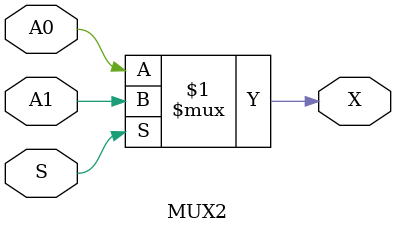
<source format=v>
/*verilator tracing_off*/
//Example
// ----- END Verilog module for INVTX1 -----

//----- Default net type -----
`default_nettype wire

//----- Default net type -----
`default_nettype wire

// ----- Verilog module for MUX2 -----
module MUX2(A1,
            A0,
            S,
            X);
//----- INPUT PORTS -----
input [0:0] A1;
//----- INPUT PORTS -----
input [0:0] A0;
//----- INPUT PORTS -----
input [0:0] S;
//----- OUTPUT PORTS -----
output [0:0] X;

//----- BEGIN wire-connection ports -----
//----- END wire-connection ports -----


//----- BEGIN Registered ports -----
//----- END Registered ports -----

	assign X[0] = S[0] ? A1[0] : A0[0];
endmodule

</source>
